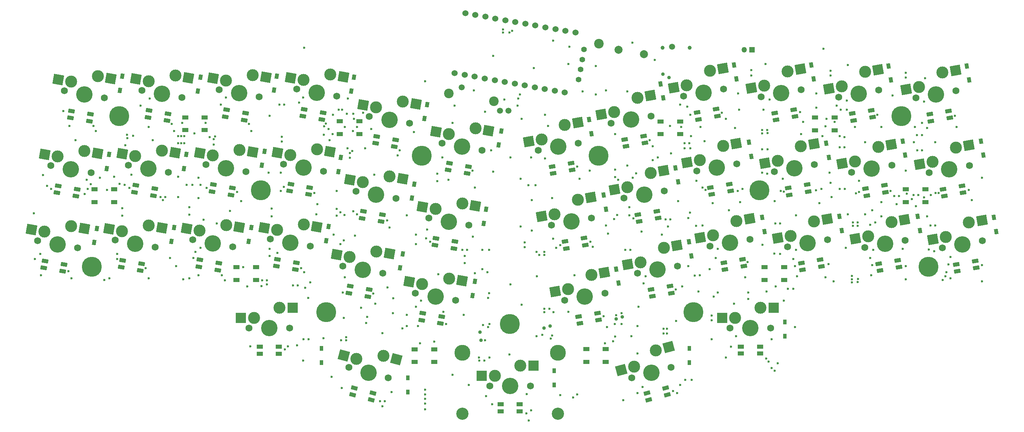
<source format=gbs>
G04 #@! TF.GenerationSoftware,KiCad,Pcbnew,7.0.1*
G04 #@! TF.CreationDate,2025-01-08T11:43:02+07:00*
G04 #@! TF.ProjectId,reviung41,72657669-756e-4673-9431-2e6b69636164,1.4*
G04 #@! TF.SameCoordinates,PX2faf080PY2faf080*
G04 #@! TF.FileFunction,Soldermask,Bot*
G04 #@! TF.FilePolarity,Negative*
%FSLAX46Y46*%
G04 Gerber Fmt 4.6, Leading zero omitted, Abs format (unit mm)*
G04 Created by KiCad (PCBNEW 7.0.1) date 2025-01-08 11:43:02*
%MOMM*%
%LPD*%
G01*
G04 APERTURE LIST*
G04 Aperture macros list*
%AMRotRect*
0 Rectangle, with rotation*
0 The origin of the aperture is its center*
0 $1 length*
0 $2 width*
0 $3 Rotation angle, in degrees counterclockwise*
0 Add horizontal line*
21,1,$1,$2,0,0,$3*%
G04 Aperture macros list end*
%ADD10R,1.350000X1.350000*%
%ADD11O,1.350000X1.350000*%
%ADD12C,1.000000*%
%ADD13C,1.750000*%
%ADD14C,3.000000*%
%ADD15C,3.987800*%
%ADD16RotRect,2.550000X2.500000X350.000000*%
%ADD17RotRect,2.550000X2.500000X10.000000*%
%ADD18R,2.550000X2.500000*%
%ADD19RotRect,2.550000X2.500000X345.000000*%
%ADD20C,3.048000*%
%ADD21RotRect,2.550000X2.500000X15.000000*%
%ADD22C,1.524000*%
%ADD23C,5.000000*%
%ADD24C,2.400000*%
%ADD25C,4.100000*%
%ADD26RotRect,1.600000X1.000000X350.000000*%
%ADD27RotRect,1.600000X1.000000X10.000000*%
%ADD28R,1.600000X1.000000*%
%ADD29C,1.400000*%
%ADD30RotRect,1.600000X1.000000X345.000000*%
%ADD31RotRect,1.600000X1.000000X15.000000*%
%ADD32RotRect,1.300000X0.950000X80.000000*%
%ADD33RotRect,1.300000X0.950000X100.000000*%
%ADD34R,0.950000X1.300000*%
%ADD35C,2.000000*%
%ADD36R,1.500000X1.000000*%
%ADD37C,0.600000*%
%ADD38C,1.500000*%
%ADD39C,0.900000*%
G04 APERTURE END LIST*
D10*
X155215998Y-10960001D03*
D11*
X153215998Y-10960001D03*
D12*
X139582000Y-10452000D03*
X132782000Y-10452000D03*
D13*
X-16722823Y-21217867D03*
D14*
X-15031051Y-18936989D03*
D15*
X-11720000Y-22100000D03*
D14*
X-8336456Y-17538243D03*
D13*
X-6717177Y-22982133D03*
D16*
X-18256297Y-18368291D03*
X-5084620Y-18111629D03*
D13*
X2667177Y-21107867D03*
D14*
X4358949Y-18826989D03*
D15*
X7670000Y-21990000D03*
D14*
X11053544Y-17428243D03*
D13*
X12672823Y-22872133D03*
D16*
X1133703Y-18258291D03*
X14305380Y-18001629D03*
D13*
X22017177Y-20947867D03*
D14*
X23708949Y-18666989D03*
D15*
X27020000Y-21830000D03*
D14*
X30403544Y-17268243D03*
D13*
X32022823Y-22712133D03*
D16*
X20483703Y-18098291D03*
X33655380Y-17841629D03*
D13*
X41387177Y-20807867D03*
D14*
X43078949Y-18526989D03*
D15*
X46390000Y-21690000D03*
D14*
X49773544Y-17128243D03*
D13*
X51392823Y-22572133D03*
D16*
X39853703Y-17958291D03*
X53025380Y-17701629D03*
D13*
X59537177Y-27597867D03*
D14*
X61228949Y-25316989D03*
D15*
X64540000Y-28480000D03*
D14*
X67923544Y-23918243D03*
D13*
X69542823Y-29362133D03*
D16*
X58003703Y-24748291D03*
X71175380Y-24491629D03*
D13*
X77707177Y-34307867D03*
D14*
X79398949Y-32026989D03*
D15*
X82710000Y-35190000D03*
D14*
X86093544Y-30628243D03*
D13*
X87712823Y-36072133D03*
D16*
X76173703Y-31458291D03*
X89345380Y-31201629D03*
D13*
X-20052823Y-39947867D03*
D14*
X-18361051Y-37666989D03*
D15*
X-15050000Y-40830000D03*
D14*
X-11666456Y-36268243D03*
D13*
X-10047177Y-41712133D03*
D16*
X-21586297Y-37098291D03*
X-8414620Y-36841629D03*
D13*
X-692823Y-39827867D03*
D14*
X998949Y-37546989D03*
D15*
X4310000Y-40710000D03*
D14*
X7693544Y-36148243D03*
D13*
X9312823Y-41592133D03*
D16*
X-2226297Y-36978291D03*
X10945380Y-36721629D03*
D13*
X18707177Y-39667867D03*
D14*
X20398949Y-37386989D03*
D15*
X23710000Y-40550000D03*
D14*
X27093544Y-35988243D03*
D13*
X28712823Y-41432133D03*
D16*
X17173703Y-36818291D03*
X30345380Y-36561629D03*
D13*
X38067177Y-39557867D03*
D14*
X39758949Y-37276989D03*
D15*
X43070000Y-40440000D03*
D14*
X46453544Y-35878243D03*
D13*
X48072823Y-41322133D03*
D16*
X36533703Y-36708291D03*
X49705380Y-36451629D03*
D13*
X56217177Y-46337867D03*
D14*
X57908949Y-44056989D03*
D15*
X61220000Y-47220000D03*
D14*
X64603544Y-42658243D03*
D13*
X66222823Y-48102133D03*
D16*
X54683703Y-43488291D03*
X67855380Y-43231629D03*
D13*
X74367177Y-53057867D03*
D14*
X76058949Y-50776989D03*
D15*
X79370000Y-53940000D03*
D14*
X82753544Y-49378243D03*
D13*
X84372823Y-54822133D03*
D16*
X72833703Y-50208291D03*
X86005380Y-49951629D03*
D13*
X-23372823Y-58737867D03*
D14*
X-21681051Y-56456989D03*
D15*
X-18370000Y-59620000D03*
D14*
X-14986456Y-55058243D03*
D13*
X-13367177Y-60502133D03*
D16*
X-24906297Y-55888291D03*
X-11734620Y-55631629D03*
D13*
X-3972823Y-58577867D03*
D14*
X-2281051Y-56296989D03*
D15*
X1030000Y-59460000D03*
D14*
X4413544Y-54898243D03*
D13*
X6032823Y-60342133D03*
D16*
X-5506297Y-55728291D03*
X7665380Y-55471629D03*
D13*
X15367177Y-58467867D03*
D14*
X17058949Y-56186989D03*
D15*
X20370000Y-59350000D03*
D14*
X23753544Y-54788243D03*
D13*
X25372823Y-60232133D03*
D16*
X13833703Y-55618291D03*
X27005380Y-55361629D03*
D13*
X34751797Y-58316238D03*
D14*
X36443569Y-56035360D03*
D15*
X39754620Y-59198371D03*
D14*
X43138164Y-54636614D03*
D13*
X44757443Y-60080504D03*
D16*
X33218323Y-55466662D03*
X46390000Y-55210000D03*
D13*
X52907177Y-65067867D03*
D14*
X54598949Y-62786989D03*
D15*
X57910000Y-65950000D03*
D14*
X61293544Y-61388243D03*
D13*
X62912823Y-66832133D03*
D16*
X51373703Y-62218291D03*
X64545380Y-61961629D03*
D13*
X71057177Y-71827867D03*
D14*
X72748949Y-69546989D03*
D15*
X76060000Y-72710000D03*
D14*
X79443544Y-68148243D03*
D13*
X81062823Y-73592133D03*
D16*
X69523703Y-68978291D03*
X82695380Y-68721629D03*
D13*
X101767177Y-36072133D03*
D14*
X102576816Y-33350188D03*
D15*
X106770000Y-35190000D03*
D14*
X108389279Y-29746110D03*
D13*
X111772823Y-34307867D03*
D17*
X99351571Y-33918886D03*
X111641114Y-29172724D03*
D13*
X119917177Y-29292133D03*
D14*
X120726816Y-26570188D03*
D15*
X124920000Y-28410000D03*
D14*
X126539279Y-22966110D03*
D13*
X129922823Y-27527867D03*
D17*
X117501571Y-27138886D03*
X129791114Y-22392724D03*
D13*
X138047177Y-22552133D03*
D14*
X138856816Y-19830188D03*
D15*
X143050000Y-21670000D03*
D14*
X144669279Y-16226110D03*
D13*
X148052823Y-20787867D03*
D17*
X135631571Y-20398886D03*
X147921114Y-15652724D03*
D13*
X157437177Y-22692133D03*
D14*
X158246816Y-19970188D03*
D15*
X162440000Y-21810000D03*
D14*
X164059279Y-16366110D03*
D13*
X167442823Y-20927867D03*
D17*
X155021571Y-20538886D03*
X167311114Y-15792724D03*
D13*
X176807177Y-22822133D03*
D14*
X177616816Y-20100188D03*
D15*
X181810000Y-21940000D03*
D14*
X183429279Y-16496110D03*
D13*
X186812823Y-21057867D03*
D17*
X174391571Y-20668886D03*
X186681114Y-15922724D03*
D13*
X196147177Y-22982133D03*
D14*
X196956816Y-20260188D03*
D15*
X201150000Y-22100000D03*
D14*
X202769279Y-16656110D03*
D13*
X206152823Y-21217867D03*
D17*
X193731571Y-20828886D03*
X206021114Y-16082724D03*
D13*
X105037177Y-54802133D03*
D14*
X105846816Y-52080188D03*
D15*
X110040000Y-53920000D03*
D14*
X111659279Y-48476110D03*
D13*
X115042823Y-53037867D03*
D17*
X102621571Y-52648886D03*
X114911114Y-47902724D03*
D13*
X123207177Y-48062133D03*
D14*
X124016816Y-45340188D03*
D15*
X128210000Y-47180000D03*
D14*
X129829279Y-41736110D03*
D13*
X133212823Y-46297867D03*
D17*
X120791571Y-45908886D03*
X133081114Y-41162724D03*
D13*
X141337177Y-41292133D03*
D14*
X142146816Y-38570188D03*
D15*
X146340000Y-40410000D03*
D14*
X147959279Y-34966110D03*
D13*
X151342823Y-39527867D03*
D17*
X138921571Y-39138886D03*
X151211114Y-34392724D03*
D13*
X160767177Y-41432133D03*
D14*
X161576816Y-38710188D03*
D15*
X165770000Y-40550000D03*
D14*
X167389279Y-35106110D03*
D13*
X170772823Y-39667867D03*
D17*
X158351571Y-39278886D03*
X170641114Y-34532724D03*
D13*
X180097177Y-41592133D03*
D14*
X180906816Y-38870188D03*
D15*
X185100000Y-40710000D03*
D14*
X186719279Y-35266110D03*
D13*
X190102823Y-39827867D03*
D17*
X177681571Y-39438886D03*
X189971114Y-34692724D03*
D13*
X199487177Y-41712133D03*
D14*
X200296816Y-38990188D03*
D15*
X204490000Y-40830000D03*
D14*
X206109279Y-35386110D03*
D13*
X209492823Y-39947867D03*
D17*
X197071571Y-39558886D03*
X209361114Y-34812724D03*
D13*
X108387177Y-73572133D03*
D14*
X109196816Y-70850188D03*
D15*
X113390000Y-72690000D03*
D14*
X115009279Y-67246110D03*
D13*
X118392823Y-71807867D03*
D17*
X105971571Y-71418886D03*
X118261114Y-66672724D03*
D13*
X126517177Y-66812133D03*
D14*
X127326816Y-64090188D03*
D15*
X131520000Y-65930000D03*
D14*
X133139279Y-60486110D03*
D13*
X136522823Y-65047867D03*
D17*
X124101571Y-64658886D03*
X136391114Y-59912724D03*
D13*
X144667177Y-60092133D03*
D14*
X145476816Y-57370188D03*
D15*
X149670000Y-59210000D03*
D14*
X151289279Y-53766110D03*
D13*
X154672823Y-58327867D03*
D17*
X142251571Y-57938886D03*
X154541114Y-53192724D03*
D13*
X164057177Y-60202133D03*
D14*
X164866816Y-57480188D03*
D15*
X169060000Y-59320000D03*
D14*
X170679279Y-53876110D03*
D13*
X174062823Y-58437867D03*
D17*
X161641571Y-58048886D03*
X173931114Y-53302724D03*
D13*
X183407177Y-60362133D03*
D14*
X184216816Y-57640188D03*
D15*
X188410000Y-59480000D03*
D14*
X190029279Y-54036110D03*
D13*
X193412823Y-58597867D03*
D17*
X180991571Y-58208886D03*
X193281114Y-53462724D03*
D13*
X202777177Y-60502133D03*
D14*
X203586816Y-57780188D03*
D15*
X207780000Y-59620000D03*
D14*
X209399279Y-54176110D03*
D13*
X212782823Y-58737867D03*
D17*
X200361571Y-58348886D03*
X212651114Y-53602724D03*
D13*
X29450000Y-80570000D03*
D14*
X30720000Y-78030000D03*
D15*
X34530000Y-80570000D03*
D14*
X37070000Y-75490000D03*
D13*
X39610000Y-80570000D03*
D18*
X27445000Y-78030000D03*
X40372000Y-75490000D03*
D13*
X54395358Y-90400081D03*
D14*
X56279484Y-88275330D03*
D15*
X59302261Y-91714882D03*
D14*
X63070513Y-87465379D03*
D13*
X64209164Y-93029683D03*
D19*
X53116077Y-87427697D03*
X66260000Y-88320000D03*
D15*
X82782000Y-86745000D03*
D20*
X82782000Y-101985000D03*
D13*
X89640000Y-95000000D03*
D14*
X90910000Y-92460000D03*
D15*
X94720000Y-95000000D03*
D14*
X97260000Y-89920000D03*
D13*
X99800000Y-95000000D03*
D15*
X106658000Y-86745000D03*
D20*
X106658000Y-101985000D03*
D18*
X87635000Y-92460000D03*
X100562000Y-89920000D03*
D13*
X125123097Y-93024801D03*
D14*
X125692422Y-90242649D03*
D15*
X130030000Y-91710000D03*
D14*
X131168651Y-86145696D03*
D13*
X134936903Y-90395199D03*
D21*
X122529015Y-91090281D03*
X134358138Y-85291076D03*
D13*
X149690000Y-80550000D03*
D14*
X150960000Y-78010000D03*
D15*
X154770000Y-80550000D03*
D14*
X157310000Y-75470000D03*
D13*
X159850000Y-80550000D03*
D18*
X147685000Y-78010000D03*
X160612000Y-75470000D03*
D22*
X83513659Y-1810156D03*
X86015071Y-2251222D03*
X88516482Y-2692289D03*
X91017894Y-3133355D03*
X93519306Y-3574421D03*
X96020718Y-4015488D03*
X98522129Y-4456554D03*
X101023541Y-4897621D03*
X103524953Y-5338687D03*
X106026364Y-5779753D03*
X108527776Y-6220820D03*
X111029188Y-6661886D03*
X108386262Y-21650660D03*
X105884851Y-21209594D03*
X103383439Y-20768527D03*
X100882027Y-20327461D03*
X98380616Y-19886395D03*
X95879204Y-19445328D03*
X93377792Y-19004262D03*
X90876381Y-18563195D03*
X88374969Y-18122129D03*
X85873557Y-17681063D03*
X83372146Y-17239996D03*
X80870734Y-16798930D03*
D23*
X-2990000Y-27590000D03*
X-9870000Y-65240000D03*
X32400000Y-46100000D03*
X48770000Y-76530000D03*
X94660000Y-79530000D03*
X140560000Y-76530000D03*
X157050000Y-46090000D03*
X199320000Y-65240000D03*
X192470000Y-27580000D03*
X116840000Y-37480000D03*
X72620000Y-37480000D03*
D24*
X116930000Y-9420000D03*
X90630000Y-23860000D03*
X79390000Y-21860000D03*
D25*
X76060000Y-72710000D03*
D26*
X72893339Y-76847980D03*
X72589454Y-78571394D03*
X77316531Y-79404905D03*
X77620416Y-77681491D03*
D25*
X124920000Y-28410000D03*
D27*
X123359584Y-33381491D03*
X123663469Y-35104905D03*
X128390546Y-34271394D03*
X128086661Y-32547980D03*
D25*
X149670000Y-59210000D03*
D27*
X148109584Y-64181491D03*
X148413469Y-65904905D03*
X153140546Y-65071394D03*
X152836661Y-63347980D03*
D25*
X57910000Y-65950000D03*
D26*
X54743339Y-70087980D03*
X54439454Y-71811394D03*
X59166531Y-72644905D03*
X59470416Y-70921491D03*
D25*
X-11720000Y-22100000D03*
D26*
X-14886661Y-26237980D03*
X-15190546Y-27961394D03*
X-10463469Y-28794905D03*
X-10159584Y-27071491D03*
D25*
X23710000Y-40550000D03*
D26*
X20543339Y-44687980D03*
X20239454Y-46411394D03*
X24966531Y-47244905D03*
X25270416Y-45521491D03*
D25*
X1030000Y-59460000D03*
D26*
X-2136661Y-63597980D03*
X-2440546Y-65321394D03*
X2286531Y-66154905D03*
X2590416Y-64431491D03*
D25*
X43070000Y-40440000D03*
D26*
X39903339Y-44577980D03*
X39599454Y-46301394D03*
X44326531Y-47134905D03*
X44630416Y-45411491D03*
D25*
X204490000Y-40830000D03*
D27*
X202929584Y-45801491D03*
X203233469Y-47524905D03*
X207960546Y-46691394D03*
X207656661Y-44967980D03*
D25*
X128210000Y-47180000D03*
D27*
X126649584Y-52151491D03*
X126953469Y-53874905D03*
X131680546Y-53041394D03*
X131376661Y-51317980D03*
D25*
X154770000Y-80550000D03*
D28*
X152370000Y-85175000D03*
X152370000Y-86925000D03*
X157170000Y-86925000D03*
X157170000Y-85175000D03*
D25*
X207780000Y-59620000D03*
D27*
X206219584Y-64591491D03*
X206523469Y-66314905D03*
X211250546Y-65481394D03*
X210946661Y-63757980D03*
D25*
X188410000Y-59480000D03*
D27*
X186849584Y-64451491D03*
X187153469Y-66174905D03*
X191880546Y-65341394D03*
X191576661Y-63617980D03*
D25*
X162440000Y-21810000D03*
D27*
X160879584Y-26781491D03*
X161183469Y-28504905D03*
X165910546Y-27671394D03*
X165606661Y-25947980D03*
D25*
X20370000Y-59350000D03*
D26*
X17203339Y-63487980D03*
X16899454Y-65211394D03*
X21626531Y-66044905D03*
X21930416Y-64321491D03*
D25*
X143050000Y-21670000D03*
D27*
X141489584Y-26641491D03*
X141793469Y-28364905D03*
X146520546Y-27531394D03*
X146216661Y-25807980D03*
D25*
X110040000Y-53920000D03*
D27*
X108479584Y-58891491D03*
X108783469Y-60614905D03*
X113510546Y-59781394D03*
X113206661Y-58057980D03*
D25*
X169060000Y-59320000D03*
D27*
X167499584Y-64291491D03*
X167803469Y-66014905D03*
X172530546Y-65181394D03*
X172226661Y-63457980D03*
D25*
X185100000Y-40710000D03*
D27*
X183539584Y-45681491D03*
X183843469Y-47404905D03*
X188570546Y-46571394D03*
X188266661Y-44847980D03*
D25*
X181810000Y-21940000D03*
D27*
X180249584Y-26911491D03*
X180553469Y-28634905D03*
X185280546Y-27801394D03*
X184976661Y-26077980D03*
D25*
X4310000Y-40710000D03*
D26*
X1143339Y-44847980D03*
X839454Y-46571394D03*
X5566531Y-47404905D03*
X5870416Y-45681491D03*
D29*
X111850000Y-18400000D03*
X112291067Y-15898588D03*
X112732133Y-13397176D03*
X113173200Y-10895764D03*
D25*
X94720000Y-95000000D03*
D28*
X92320000Y-99625000D03*
X92320000Y-101375000D03*
X97120000Y-101375000D03*
X97120000Y-99625000D03*
D25*
X82710000Y-35190000D03*
D26*
X79543339Y-39327980D03*
X79239454Y-41051394D03*
X83966531Y-41884905D03*
X84270416Y-40161491D03*
D25*
X39754620Y-59198371D03*
D26*
X36587959Y-63336351D03*
X36284074Y-65059765D03*
X41011151Y-65893276D03*
X41315036Y-64169862D03*
D25*
X146340000Y-40410000D03*
D27*
X144779584Y-45381491D03*
X145083469Y-47104905D03*
X149810546Y-46271394D03*
X149506661Y-44547980D03*
D25*
X113390000Y-72690000D03*
D27*
X111829584Y-77661491D03*
X112133469Y-79384905D03*
X116860546Y-78551394D03*
X116556661Y-76827980D03*
D25*
X-18370000Y-59620000D03*
D26*
X-21536661Y-63757980D03*
X-21840546Y-65481394D03*
X-17113469Y-66314905D03*
X-16809584Y-64591491D03*
D25*
X64540000Y-28480000D03*
D26*
X61373339Y-32617980D03*
X61069454Y-34341394D03*
X65796531Y-35174905D03*
X66100416Y-33451491D03*
D25*
X61220000Y-47220000D03*
D26*
X58053339Y-51357980D03*
X57749454Y-53081394D03*
X62476531Y-53914905D03*
X62780416Y-52191491D03*
D25*
X59302261Y-91714882D03*
D30*
X55787001Y-95561123D03*
X55334068Y-97251493D03*
X59970512Y-98493825D03*
X60423445Y-96803455D03*
D25*
X165770000Y-40550000D03*
D27*
X164209584Y-45521491D03*
X164513469Y-47244905D03*
X169240546Y-46411394D03*
X168936661Y-44687980D03*
D25*
X27020000Y-21830000D03*
D26*
X23853339Y-25967980D03*
X23549454Y-27691394D03*
X28276531Y-28524905D03*
X28580416Y-26801491D03*
D25*
X46390000Y-21690000D03*
D26*
X43223339Y-25827980D03*
X42919454Y-27551394D03*
X47646531Y-28384905D03*
X47950416Y-26661491D03*
D25*
X130030000Y-91710000D03*
D31*
X128908816Y-96798573D03*
X129361749Y-98488943D03*
X133998193Y-97246611D03*
X133545260Y-95556241D03*
D25*
X131520000Y-65930000D03*
D27*
X129959584Y-70901491D03*
X130263469Y-72624905D03*
X134990546Y-71791394D03*
X134686661Y-70067980D03*
D25*
X7670000Y-21990000D03*
D26*
X4503339Y-26127980D03*
X4199454Y-27851394D03*
X8926531Y-28684905D03*
X9230416Y-26961491D03*
D25*
X79370000Y-53940000D03*
D26*
X76203339Y-58077980D03*
X75899454Y-59801394D03*
X80626531Y-60634905D03*
X80930416Y-58911491D03*
D25*
X-15050000Y-40830000D03*
D26*
X-18216661Y-44967980D03*
X-18520546Y-46691394D03*
X-13793469Y-47524905D03*
X-13489584Y-45801491D03*
D25*
X106770000Y-35190000D03*
D27*
X105209584Y-40161491D03*
X105513469Y-41884905D03*
X110240546Y-41051394D03*
X109936661Y-39327980D03*
D25*
X201150000Y-22100000D03*
D27*
X199589584Y-27071491D03*
X199893469Y-28794905D03*
X204620546Y-27961394D03*
X204316661Y-26237980D03*
D25*
X34530000Y-80570000D03*
D28*
X32130000Y-85195000D03*
X32130000Y-86945000D03*
X36930000Y-86945000D03*
X36930000Y-85195000D03*
D32*
X-2810226Y-21090034D03*
X-2193774Y-17593966D03*
X16693548Y-21314068D03*
X17310000Y-17818000D03*
X35743548Y-21060068D03*
X36360000Y-17564000D03*
X55047548Y-21314068D03*
X55664000Y-17818000D03*
X73335548Y-28172068D03*
X73952000Y-24676000D03*
X91877548Y-34776068D03*
X92494000Y-31280000D03*
X-6112226Y-40648034D03*
X-5495774Y-37151966D03*
X13191774Y-40648034D03*
X13808226Y-37151966D03*
X32695546Y-39856067D03*
X33311998Y-36359999D03*
X51799774Y-41410034D03*
X52416226Y-37913966D03*
X70142000Y-48044000D03*
X70758452Y-44547932D03*
X88121774Y-54364034D03*
X88738226Y-50867966D03*
X-9214451Y-59160068D03*
X-8597999Y-55664000D03*
X10089548Y-58906068D03*
X10706000Y-55410000D03*
X29393548Y-58906068D03*
X30010000Y-55410000D03*
X48751774Y-58682034D03*
X49368226Y-55185966D03*
X67239548Y-65510068D03*
X67856000Y-62014000D03*
X85327774Y-72398034D03*
X85944226Y-68901966D03*
D33*
X115050002Y-31920000D03*
X114433550Y-28423932D03*
X132968226Y-22998034D03*
X132351774Y-19501966D03*
X151276452Y-18266068D03*
X150660000Y-14770000D03*
X170580452Y-18266068D03*
X169964000Y-14770000D03*
X189884452Y-18520068D03*
X189268000Y-15024000D03*
X209442452Y-18520068D03*
X208826000Y-15024000D03*
X118710226Y-50808034D03*
X118093774Y-47311966D03*
X136690000Y-43980000D03*
X136073548Y-40483932D03*
X155032226Y-37600034D03*
X154415774Y-34103966D03*
X174358226Y-37854034D03*
X173741774Y-34357966D03*
X193440452Y-37316068D03*
X192824000Y-33820000D03*
X212998452Y-37316068D03*
X212382000Y-33820000D03*
X121812452Y-69320068D03*
X121196000Y-65824000D03*
X140046226Y-62492034D03*
X139429774Y-58995966D03*
X158334226Y-56396034D03*
X157717774Y-52899966D03*
X177638226Y-56142034D03*
X177021774Y-52645966D03*
X197196226Y-56142034D03*
X196579774Y-52645966D03*
X216246226Y-56396034D03*
X215629774Y-52899966D03*
D34*
X47535999Y-89185999D03*
X47535999Y-85635999D03*
X69125998Y-96552000D03*
X69125998Y-93002000D03*
X105702000Y-94777000D03*
X105702000Y-91227000D03*
X139484000Y-89186000D03*
X139484000Y-85636000D03*
X163359999Y-82581999D03*
X163359999Y-79031999D03*
D35*
X128200625Y-12064357D03*
X121799375Y-10935643D03*
D36*
X57040000Y-28840000D03*
X57040000Y-32040000D03*
X52140000Y-32040000D03*
X52140000Y-28840000D03*
X18390000Y-27850000D03*
X18390000Y-31050000D03*
X13490000Y-31050000D03*
X13490000Y-27850000D03*
X-4280000Y-45870000D03*
X-4280000Y-49070000D03*
X-9180000Y-49070000D03*
X-9180000Y-45870000D03*
X31210000Y-65310000D03*
X31210000Y-68510000D03*
X26310000Y-68510000D03*
X26310000Y-65310000D03*
X75760000Y-85860000D03*
X75760000Y-89060000D03*
X70860000Y-89060000D03*
X70860000Y-85860000D03*
X118640000Y-85840000D03*
X118640000Y-89040000D03*
X113740000Y-89040000D03*
X113740000Y-85840000D03*
X163190000Y-65310000D03*
X163190000Y-68510000D03*
X158290000Y-68510000D03*
X158290000Y-65310000D03*
X198540000Y-45860000D03*
X198540000Y-49060000D03*
X193640000Y-49060000D03*
X193640000Y-45860000D03*
X175850000Y-27870000D03*
X175850000Y-31070000D03*
X170950000Y-31070000D03*
X170950000Y-27870000D03*
X137190000Y-28870000D03*
X137190000Y-32070000D03*
X132290000Y-32070000D03*
X132290000Y-28870000D03*
D37*
X93256000Y-23406000D03*
X173012000Y-10706000D03*
X109512000Y-10198000D03*
X109258000Y-14516000D03*
X100622000Y-15532000D03*
X125260000Y-9182000D03*
X116123061Y-15038794D03*
X118656000Y-21120000D03*
X123990000Y-21374000D03*
X97320000Y-43218000D03*
X89954000Y-36106000D03*
X104178000Y-30010000D03*
X80810000Y-24930000D03*
X85636000Y-21120000D03*
X90462000Y-12484000D03*
D38*
X82588000Y-20358000D03*
X92179500Y-26200000D03*
X94332500Y-26200000D03*
X135166000Y-10198000D03*
D37*
X97201500Y-22136000D03*
X139738000Y-35598000D03*
X157752071Y-35852000D03*
X138295071Y-35598000D03*
X197671071Y-36106000D03*
X177082071Y-35344000D03*
X178281071Y-35344000D03*
X99289997Y-44804003D03*
X101065003Y-44806997D03*
X159042000Y-35852000D03*
X196472071Y-36106000D03*
X180392071Y-54140000D03*
X123475071Y-60998000D03*
X124752000Y-60998000D03*
X96720500Y-23152000D03*
X162241071Y-54394000D03*
X161042071Y-54394000D03*
X142827989Y-54884120D03*
X200961071Y-54902000D03*
X103248071Y-62268000D03*
X101995071Y-62268000D03*
X181591071Y-54140000D03*
X199762071Y-54902000D03*
X141199997Y-54964003D03*
X52489577Y-83604000D03*
X88261500Y-88684000D03*
X89206105Y-73027500D03*
X89192000Y-80302000D03*
X88430000Y-83604000D03*
X96542902Y-24945098D03*
X89476373Y-71828500D03*
X53742577Y-83604000D03*
X87008500Y-88684000D03*
X-9451500Y-30010000D03*
X78016000Y-76492000D03*
X28994000Y-70142000D03*
X66586000Y-37376000D03*
X43218000Y-66586000D03*
X136436000Y-96812000D03*
X73444000Y-97151500D03*
X130340000Y-35090000D03*
X73444000Y-100876000D03*
X206286000Y-30264000D03*
X137706000Y-70142000D03*
X46520000Y-49568000D03*
X64554000Y-55410000D03*
X191300000Y-49568000D03*
X152184000Y-49060000D03*
X39154000Y-85128000D03*
X23406000Y-68618000D03*
X134150000Y-55156000D03*
X175806000Y-28994000D03*
X-11646000Y-47028000D03*
X55410000Y-31280000D03*
X7912000Y-48552000D03*
X99352000Y-103670000D03*
X118910000Y-80302000D03*
X10706000Y-31280000D03*
X62776000Y-100114000D03*
X210096000Y-48552000D03*
X-6058000Y-46012000D03*
X112052000Y-43218000D03*
X18580000Y-29248000D03*
X118402000Y-84366000D03*
X4356000Y-68110000D03*
X159296000Y-88938000D03*
X175552000Y-68872000D03*
X92919806Y-6642000D03*
X167932000Y-28994000D03*
X75730000Y-83976500D03*
X-8852000Y-31280000D03*
X115354000Y-60236000D03*
X73444000Y-98244500D03*
X187490000Y-30264000D03*
X137452000Y-30264000D03*
X193586000Y-68364000D03*
X161074000Y-70142000D03*
X-14948000Y-68110000D03*
X27470000Y-48806000D03*
X83350000Y-62522000D03*
X73444000Y-99443500D03*
X85890000Y-45404003D03*
X94518806Y-6642000D03*
X196126000Y-50076000D03*
X49314000Y-30772000D03*
X60998000Y-74460000D03*
X148628000Y-28232000D03*
X153454000Y-67856000D03*
X171996000Y-49314000D03*
X73444000Y-95952500D03*
X212636000Y-68872000D03*
X30010000Y-31280000D03*
X148628000Y-87922000D03*
X187490000Y-49060000D03*
X203746000Y-66586000D03*
X145072000Y-83350000D03*
X53378000Y-30264000D03*
X62776000Y-81826000D03*
X-15456000Y-30010000D03*
X60744000Y-42202000D03*
X15532000Y-63030000D03*
X-22071489Y-42257675D03*
X85890000Y-66840000D03*
X76746000Y-67094000D03*
X23660000Y-22898000D03*
X139230000Y-65062000D03*
X4356000Y-30264000D03*
X73952000Y-55918000D03*
X84366000Y-94780000D03*
X142278000Y-30264000D03*
X158788000Y-71412000D03*
X55664000Y-28232000D03*
X65062000Y-96558000D03*
X171234000Y-21882000D03*
X64046000Y-70396000D03*
X88430000Y-26454000D03*
X174790000Y-44234000D03*
X173774000Y-28232000D03*
X162852000Y-43218000D03*
X157772000Y-59728000D03*
X11214000Y-65062000D03*
X165900000Y-65062000D03*
X80302000Y-29248000D03*
X68872000Y-52362000D03*
X137198000Y-24676000D03*
X-22568000Y-67348000D03*
X175044000Y-47790000D03*
X46266000Y-52108000D03*
X144564000Y-65824000D03*
X68872000Y-77254000D03*
X174536000Y-41694000D03*
X101384000Y-67602000D03*
X193586000Y-41186000D03*
X34582000Y-62522000D03*
X12484000Y-34328000D03*
X72428000Y-73698000D03*
X130848000Y-13500000D03*
X166408000Y-67602000D03*
X145326000Y-49314000D03*
X141770000Y-71412000D03*
X198920000Y-30518000D03*
X128562000Y-67602000D03*
X192824000Y-60744000D03*
X-7836000Y-42964000D03*
X94780000Y-69634000D03*
X176314000Y-24930000D03*
X53124000Y-78016000D03*
X97320000Y-55156000D03*
X166154000Y-52362000D03*
X146596000Y-60744000D03*
X200952000Y-34074000D03*
X100114000Y-56172000D03*
X132626000Y-57188000D03*
X204762000Y-62776000D03*
X103416000Y-27216000D03*
X94526000Y-87160000D03*
X55918000Y-57442000D03*
X50584000Y-57188000D03*
X97574000Y-28232000D03*
X-13932000Y-33566000D03*
X13246000Y-32550000D03*
X198412000Y-18072000D03*
X-4280000Y-42710000D03*
X-3518000Y-63284000D03*
X150914000Y-30518000D03*
X146596000Y-71666000D03*
X57950000Y-26708000D03*
X158534000Y-14516000D03*
X185458000Y-60998000D03*
X51854000Y-25946000D03*
X126530000Y-86906000D03*
X114592000Y-41186000D03*
X110782000Y-67348000D03*
X11722000Y-42710000D03*
X204762000Y-68110000D03*
X134912000Y-36868000D03*
X18056650Y-53421172D03*
X166154000Y-60998000D03*
X97574000Y-74714000D03*
X171234000Y-25438000D03*
X52729594Y-25946000D03*
X105448000Y-58204000D03*
X80302000Y-92240000D03*
X198158000Y-23914000D03*
X16802000Y-42964000D03*
X198920000Y-52616000D03*
X163106000Y-73698000D03*
X165900000Y-80302000D03*
X190284000Y-22390000D03*
X34582000Y-27470000D03*
X122974000Y-98590000D03*
X123990000Y-39916000D03*
X-22731740Y-61995825D03*
X98844000Y-97066000D03*
X180886000Y-30264000D03*
X178854000Y-23660000D03*
X79286000Y-43472000D03*
X57442000Y-75476000D03*
X11722000Y-34328000D03*
X58458000Y-35598000D03*
X167424000Y-32042000D03*
X172758000Y-32550000D03*
X48044000Y-83096000D03*
X16802000Y-48044000D03*
X12484000Y-32550000D03*
X136690000Y-48806000D03*
X178854000Y-25946000D03*
X83096000Y-77254000D03*
X124498000Y-50330000D03*
X137198000Y-94780000D03*
X38000Y-42202000D03*
X136182000Y-78778000D03*
X51346000Y-46266000D03*
X160820000Y-48806000D03*
X16802000Y-67348000D03*
X21374000Y-54394000D03*
X145580000Y-72682000D03*
X88684000Y-97574000D03*
X181902000Y-43726000D03*
X37376000Y-41694000D03*
X119164000Y-56934000D03*
X105194000Y-48044000D03*
X143294000Y-33820000D03*
X73444000Y-18834000D03*
X9690000Y-63030000D03*
X126784000Y-75222000D03*
X100114000Y-48552000D03*
X151168000Y-82588000D03*
X90462000Y-41440000D03*
X195872000Y-30264000D03*
X72174000Y-84366000D03*
X13246000Y-34328000D03*
X183426000Y-34074000D03*
X42964000Y-88684000D03*
X43218000Y-10452000D03*
X125006000Y-82588000D03*
X187490000Y-52616000D03*
X34582000Y-60744000D03*
X71666000Y-80048000D03*
X159550000Y-23406000D03*
X56426000Y-30264000D03*
X184950000Y-67348000D03*
X126530000Y-80048000D03*
X50076000Y-92748000D03*
X141262000Y-43726000D03*
X83350000Y-64300000D03*
X149390000Y-51092000D03*
X139738000Y-27216000D03*
X4610000Y-23152000D03*
X65395355Y-76800199D03*
X185204000Y-64808000D03*
X160058000Y-83350000D03*
X85382000Y-57696000D03*
X183426000Y-52108000D03*
X11722000Y-32550000D03*
X185204000Y-51092000D03*
X151930000Y-25946000D03*
X212636000Y-42964000D03*
X178600000Y-60490000D03*
X118656000Y-54902000D03*
X127800000Y-95288000D03*
X195618000Y-34074000D03*
X41440000Y-84874000D03*
X53378000Y-67856000D03*
X150660000Y-74460000D03*
X127546000Y-56426000D03*
X54140000Y-23152000D03*
X179108000Y-14770000D03*
X42964000Y-22898000D03*
X11722000Y-47790000D03*
X65550012Y-73130607D03*
X17310000Y-60490000D03*
X34328000Y-41694000D03*
X5372000Y-33566000D03*
X179108000Y-52108000D03*
X70650000Y-31534000D03*
X107226000Y-97320000D03*
X151676000Y-21882000D03*
X12738000Y-29248000D03*
X120942000Y-42801500D03*
X-2248000Y-52480500D03*
X116116000Y-22136000D03*
X58712000Y-79286000D03*
X105448000Y-8657500D03*
X-978000Y-33058000D03*
X58966000Y-77762000D03*
X120942000Y-40932000D03*
X-1486000Y-34836000D03*
X112829736Y-21329396D03*
X-2248000Y-50584000D03*
D39*
X104700500Y-80048000D03*
D37*
X20612000Y-34700500D03*
D39*
X87414000Y-83564500D03*
D37*
X14516000Y-52226500D03*
X20612000Y-33312000D03*
D39*
X122734500Y-77762000D03*
X132880000Y-17041500D03*
X87160000Y-81557500D03*
D37*
X14516000Y-50330000D03*
D39*
X103147500Y-80556000D03*
X134445069Y-17859069D03*
X121181500Y-78270000D03*
D37*
X37630000Y-33938500D03*
X37630000Y-32685500D03*
X102778971Y-82204971D03*
X154978000Y-17428500D03*
X154978000Y-16040000D03*
X35090000Y-50675500D03*
X105196753Y-82455253D03*
X35090000Y-52616000D03*
X54648000Y-38002500D03*
X54648000Y-36749500D03*
X52299997Y-59536003D03*
X174790000Y-17428500D03*
X53186003Y-58649997D03*
X174790000Y-16175500D03*
X133896000Y-80718500D03*
X120877500Y-79540000D03*
X89056500Y-66586000D03*
X122584500Y-79540000D03*
X133896000Y-81917500D03*
X104550500Y-75730000D03*
X87803500Y-65824000D03*
X103297500Y-75730000D03*
X133096497Y-80718500D03*
X193586000Y-16683500D03*
X76492000Y-43844500D03*
X101341089Y-82545089D03*
X133096497Y-81917500D03*
X181591071Y-69066975D03*
X71158000Y-57188000D03*
X145114911Y-78609500D03*
X120434000Y-83868500D03*
X145089532Y-77410500D03*
X104839762Y-83199466D03*
X71158000Y-59592500D03*
X120942000Y-82669500D03*
X193586000Y-17936500D03*
X76492000Y-41948000D03*
X180124000Y-69126000D03*
X92919806Y-5842497D03*
X95201250Y-6225500D03*
X15786000Y-31879500D03*
X48193221Y-32177500D03*
X48259805Y-30072240D03*
X50421500Y-27216000D03*
X53902500Y-26962000D03*
X55501500Y-26962000D03*
X-11138000Y-43472000D03*
X-10122000Y-44579500D03*
X27978000Y-65316000D03*
X24676000Y-51227500D03*
X41610651Y-69888000D03*
X40411651Y-69888000D03*
X33911500Y-68618000D03*
X32712500Y-68618000D03*
X53742577Y-82804497D03*
X43472000Y-70493500D03*
X89537500Y-87936105D03*
X86901915Y-87891633D03*
X138484500Y-93510000D03*
X154216000Y-73281500D03*
X161582000Y-89354500D03*
X154216000Y-71682500D03*
X160820000Y-91224000D03*
X140083500Y-93510000D03*
X184696000Y-54739500D03*
X173520000Y-67856000D03*
X164122000Y-70741500D03*
X180377310Y-54939367D03*
X180124000Y-67526994D03*
X181591071Y-54939503D03*
X165483500Y-70741500D03*
X186008911Y-54097089D03*
X193840000Y-46936500D03*
X195110000Y-48298000D03*
X173520000Y-30101500D03*
X198158000Y-47881500D03*
X134658000Y-30010000D03*
X159045803Y-31819870D03*
X157752071Y-31825503D03*
X139948071Y-32550000D03*
X98336000Y-59128500D03*
X130340500Y-38574462D03*
X125389839Y-42925661D03*
X121704000Y-43472000D03*
X131610000Y-37884000D03*
X126191911Y-41863911D03*
X98336000Y-60327500D03*
X-16980000Y-26237980D03*
X-1021252Y-32215245D03*
X481003Y-32485003D03*
X10106500Y-29502000D03*
X-24279797Y-51854000D03*
X-15710000Y-66332000D03*
X-21044000Y-44967980D03*
X-20028000Y-45758000D03*
X-2874500Y-44488000D03*
X-1621500Y-44742000D03*
X-10884000Y-45758000D03*
X-24092000Y-63284000D03*
X-6684500Y-68515382D03*
X-5431500Y-68110000D03*
X3601686Y-65565890D03*
X-470000Y-45504000D03*
X8511500Y-47790000D03*
X7312500Y-47790000D03*
X17310000Y-44742000D03*
X13889500Y-44742000D03*
X15278000Y-44742000D03*
X29410500Y-29502000D03*
X19596000Y-32804000D03*
X2324000Y-24930000D03*
X20984500Y-32596903D03*
X14524003Y-68099500D03*
X12992000Y-68364000D03*
X-3518000Y-62014000D03*
X22644000Y-67348000D03*
X18834000Y-45504000D03*
X26454000Y-46520000D03*
X37376000Y-46266000D03*
X38229500Y-24676000D03*
X22390000Y-24676000D03*
X48677980Y-29390819D03*
X37030500Y-24676000D03*
X42456000Y-65570000D03*
X32550000Y-70050500D03*
X16040000Y-61506000D03*
X33911500Y-69634000D03*
X38138000Y-45250000D03*
X55501500Y-51346000D03*
X53293911Y-52277911D03*
X52319089Y-51557089D03*
X45758000Y-46774000D03*
X54048500Y-35598000D03*
X55282470Y-36263031D03*
X67094000Y-36106000D03*
X41948000Y-24168000D03*
X36587959Y-61786041D03*
X60498772Y-71930111D03*
X149898000Y-85175000D03*
X135420000Y-96304000D03*
X160058000Y-90553500D03*
X202814089Y-68533911D03*
X158696500Y-88176000D03*
X203534911Y-67559089D03*
X204254000Y-64591491D03*
X56426000Y-52108000D03*
X73698000Y-58077980D03*
X63954500Y-53632000D03*
X59982000Y-30772000D03*
X85290500Y-41186000D03*
X52870000Y-71666000D03*
X78686500Y-79540000D03*
X68914911Y-80005089D03*
X67813089Y-80598911D03*
X99951500Y-101130000D03*
X98752500Y-101892000D03*
X126530000Y-96798573D03*
X110485089Y-97870911D03*
X111459911Y-97150089D03*
X99978071Y-37884000D03*
X77762000Y-37884000D03*
X111452500Y-40170000D03*
X94780000Y-37884000D03*
X74714000Y-58966000D03*
X106210000Y-60490000D03*
X87803500Y-60998000D03*
X101292500Y-61506000D03*
X82750500Y-60998000D03*
X89456500Y-60998000D03*
X103248071Y-61468497D03*
X83949500Y-60998000D03*
X71158000Y-75222000D03*
X89537500Y-79540000D03*
X103297500Y-76529503D03*
X87922000Y-79794000D03*
X105536210Y-76554731D03*
X118105089Y-77550911D03*
X90208000Y-99625000D03*
X63375500Y-98844000D03*
X62176500Y-98844000D03*
X103416000Y-38138000D03*
X129585481Y-33564681D03*
X107268911Y-59770911D03*
X124498000Y-52362000D03*
X121512003Y-52299997D03*
X120751372Y-53311378D03*
X114754500Y-58966000D03*
X109258000Y-76492000D03*
X121199565Y-77320669D03*
X136139089Y-70861089D03*
X122584500Y-76824421D03*
X52616000Y-95561123D03*
X38392000Y-85890000D03*
X125514000Y-53124000D03*
X139294997Y-53059003D03*
X133550500Y-53378000D03*
X134749500Y-53378000D03*
X139673003Y-51664997D03*
X142786000Y-45381491D03*
X139548071Y-34328000D03*
X120942000Y-32042000D03*
X138295071Y-34328000D03*
X147669769Y-26679581D03*
X128054000Y-69380000D03*
X140889500Y-67412997D03*
X154101399Y-64013471D03*
X142142500Y-67348000D03*
X143548000Y-46012000D03*
X162344000Y-46266000D03*
X151584500Y-46266000D03*
X158951071Y-41905089D03*
X152783500Y-45758000D03*
X157752071Y-41694000D03*
X157752071Y-31026000D03*
X167170000Y-26547480D03*
X138976000Y-25184000D03*
X158951071Y-31026000D03*
X162181500Y-62014000D03*
X174282000Y-64554000D03*
X160777089Y-61922500D03*
X146088000Y-63030000D03*
X163118412Y-46464716D03*
X172532209Y-45743895D03*
X178346000Y-45758000D03*
X171191089Y-46054911D03*
X181186903Y-46877548D03*
X177082071Y-45758000D03*
X186496183Y-27212089D03*
X158026000Y-25946000D03*
X177082071Y-32550000D03*
X178281071Y-32804000D03*
X181703133Y-68275365D03*
X193586000Y-65062000D03*
X180124000Y-68326497D03*
X165483500Y-63284000D03*
X181902000Y-46520000D03*
X196725500Y-47282000D03*
X190700500Y-47536000D03*
X191899500Y-47536000D03*
X199844500Y-47282000D03*
X201043500Y-46774000D03*
X189834427Y-46255698D03*
X195526500Y-47282000D03*
X196380000Y-32296000D03*
X197671071Y-32296000D03*
X177344105Y-25917791D03*
X205851172Y-27457098D03*
X184696000Y-63030000D03*
X199385089Y-60906500D03*
X212636000Y-64808000D03*
X200740911Y-61294911D03*
X209334000Y-46012000D03*
X197671071Y-29248000D03*
X201843003Y-46774000D03*
X43099500Y-83350000D03*
X44234000Y-73054500D03*
X49568000Y-33566000D03*
X44352500Y-83350000D03*
X29756000Y-85128000D03*
X51346000Y-50746500D03*
X50330000Y-32042000D03*
X51343247Y-52483253D03*
X44784911Y-69083089D03*
M02*

</source>
